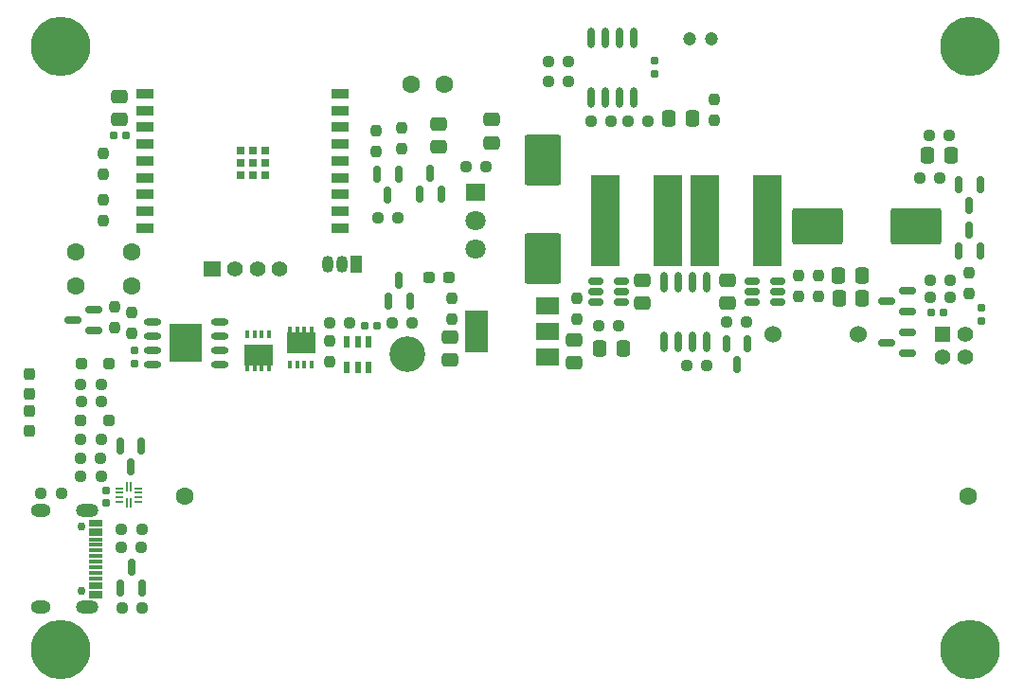
<source format=gbr>
%TF.GenerationSoftware,KiCad,Pcbnew,7.0.7*%
%TF.CreationDate,2023-10-01T15:31:46+02:00*%
%TF.ProjectId,LEDs,4c454473-2e6b-4696-9361-645f70636258,rev?*%
%TF.SameCoordinates,Original*%
%TF.FileFunction,Soldermask,Top*%
%TF.FilePolarity,Negative*%
%FSLAX46Y46*%
G04 Gerber Fmt 4.6, Leading zero omitted, Abs format (unit mm)*
G04 Created by KiCad (PCBNEW 7.0.7) date 2023-10-01 15:31:46*
%MOMM*%
%LPD*%
G01*
G04 APERTURE LIST*
G04 Aperture macros list*
%AMRoundRect*
0 Rectangle with rounded corners*
0 $1 Rounding radius*
0 $2 $3 $4 $5 $6 $7 $8 $9 X,Y pos of 4 corners*
0 Add a 4 corners polygon primitive as box body*
4,1,4,$2,$3,$4,$5,$6,$7,$8,$9,$2,$3,0*
0 Add four circle primitives for the rounded corners*
1,1,$1+$1,$2,$3*
1,1,$1+$1,$4,$5*
1,1,$1+$1,$6,$7*
1,1,$1+$1,$8,$9*
0 Add four rect primitives between the rounded corners*
20,1,$1+$1,$2,$3,$4,$5,0*
20,1,$1+$1,$4,$5,$6,$7,0*
20,1,$1+$1,$6,$7,$8,$9,0*
20,1,$1+$1,$8,$9,$2,$3,0*%
G04 Aperture macros list end*
%ADD10C,1.600000*%
%ADD11RoundRect,0.237500X0.250000X0.237500X-0.250000X0.237500X-0.250000X-0.237500X0.250000X-0.237500X0*%
%ADD12RoundRect,0.150000X-0.150000X0.587500X-0.150000X-0.587500X0.150000X-0.587500X0.150000X0.587500X0*%
%ADD13R,1.524003X1.400000*%
%ADD14C,1.400000*%
%ADD15RoundRect,0.237500X0.237500X-0.250000X0.237500X0.250000X-0.237500X0.250000X-0.237500X-0.250000X0*%
%ADD16RoundRect,0.150000X0.512500X0.150000X-0.512500X0.150000X-0.512500X-0.150000X0.512500X-0.150000X0*%
%ADD17RoundRect,0.250000X0.475000X-0.337500X0.475000X0.337500X-0.475000X0.337500X-0.475000X-0.337500X0*%
%ADD18RoundRect,0.155000X-0.212500X-0.155000X0.212500X-0.155000X0.212500X0.155000X-0.212500X0.155000X0*%
%ADD19RoundRect,0.250000X0.337500X0.475000X-0.337500X0.475000X-0.337500X-0.475000X0.337500X-0.475000X0*%
%ADD20RoundRect,0.150000X0.150000X-0.587500X0.150000X0.587500X-0.150000X0.587500X-0.150000X-0.587500X0*%
%ADD21R,0.400000X0.700000*%
%ADD22R,0.400000X0.500000*%
%ADD23R,2.650013X1.940005*%
%ADD24RoundRect,0.050000X0.050000X-0.375000X0.050000X0.375000X-0.050000X0.375000X-0.050000X-0.375000X0*%
%ADD25RoundRect,0.050000X0.275000X-0.050000X0.275000X0.050000X-0.275000X0.050000X-0.275000X-0.050000X0*%
%ADD26RoundRect,0.155000X-0.155000X0.212500X-0.155000X-0.212500X0.155000X-0.212500X0.155000X0.212500X0*%
%ADD27RoundRect,0.237500X-0.237500X0.287500X-0.237500X-0.287500X0.237500X-0.287500X0.237500X0.287500X0*%
%ADD28R,1.050000X1.500000*%
%ADD29O,1.050000X1.500000*%
%ADD30RoundRect,0.250000X-0.250000X-0.250000X0.250000X-0.250000X0.250000X0.250000X-0.250000X0.250000X0*%
%ADD31C,3.200000*%
%ADD32R,0.532004X1.072009*%
%ADD33R,2.600000X8.200000*%
%ADD34RoundRect,0.237500X-0.250000X-0.237500X0.250000X-0.237500X0.250000X0.237500X-0.250000X0.237500X0*%
%ADD35C,5.300000*%
%ADD36RoundRect,0.250000X-0.337500X-0.475000X0.337500X-0.475000X0.337500X0.475000X-0.337500X0.475000X0*%
%ADD37O,1.600000X0.600000*%
%ADD38R,3.000000X3.500000*%
%ADD39R,1.500000X0.900000*%
%ADD40R,0.700000X0.700000*%
%ADD41O,0.629997X1.864999*%
%ADD42RoundRect,0.150000X0.587500X0.150000X-0.587500X0.150000X-0.587500X-0.150000X0.587500X-0.150000X0*%
%ADD43RoundRect,0.155000X0.155000X-0.212500X0.155000X0.212500X-0.155000X0.212500X-0.155000X-0.212500X0*%
%ADD44RoundRect,0.250000X-0.475000X0.337500X-0.475000X-0.337500X0.475000X-0.337500X0.475000X0.337500X0*%
%ADD45C,1.200000*%
%ADD46RoundRect,0.237500X-0.237500X0.250000X-0.237500X-0.250000X0.237500X-0.250000X0.237500X0.250000X0*%
%ADD47RoundRect,0.237500X0.237500X-0.287500X0.237500X0.287500X-0.237500X0.287500X-0.237500X-0.287500X0*%
%ADD48R,2.000000X1.500000*%
%ADD49R,2.000000X3.800000*%
%ADD50RoundRect,0.150000X-0.512500X-0.150000X0.512500X-0.150000X0.512500X0.150000X-0.512500X0.150000X0*%
%ADD51C,0.750013*%
%ADD52O,2.000000X1.200000*%
%ADD53O,1.800000X1.200000*%
%ADD54R,1.300000X0.300000*%
%ADD55RoundRect,0.250000X-1.400000X-2.000000X1.400000X-2.000000X1.400000X2.000000X-1.400000X2.000000X0*%
%ADD56R,1.400000X1.400000*%
%ADD57RoundRect,0.237500X0.287500X0.237500X-0.287500X0.237500X-0.287500X-0.237500X0.287500X-0.237500X0*%
%ADD58RoundRect,0.250000X-2.000000X1.400000X-2.000000X-1.400000X2.000000X-1.400000X2.000000X1.400000X0*%
%ADD59C,1.524003*%
%ADD60R,1.800000X1.574803*%
%ADD61C,1.800000*%
G04 APERTURE END LIST*
D10*
%TO.C,V1*%
X73307492Y-115824000D03*
X143307492Y-115824000D03*
%TD*%
D11*
%TO.C,R14*%
X65832500Y-105780000D03*
X64007500Y-105780000D03*
%TD*%
D12*
%TO.C,Q12*%
X69430000Y-111302500D03*
X67530000Y-111302500D03*
X68480000Y-113177500D03*
%TD*%
D13*
%TO.C,J2*%
X75788000Y-95504000D03*
D14*
X77788000Y-95504000D03*
X79788000Y-95504000D03*
X81788000Y-95504000D03*
%TD*%
D15*
%TO.C,R4*%
X68580000Y-101242500D03*
X68580000Y-99417500D03*
%TD*%
D16*
%TO.C,U4*%
X126277500Y-98486000D03*
X126277500Y-97536000D03*
X126277500Y-96586000D03*
X124002500Y-96586000D03*
X124002500Y-97536000D03*
X124002500Y-98486000D03*
%TD*%
D15*
%TO.C,R25*%
X90424000Y-84986500D03*
X90424000Y-83161500D03*
%TD*%
D17*
%TO.C,C12*%
X67410000Y-82147500D03*
X67410000Y-80072500D03*
%TD*%
D18*
%TO.C,C11*%
X66922500Y-83510000D03*
X68057500Y-83510000D03*
%TD*%
D11*
%TO.C,R23*%
X123512500Y-100210000D03*
X121687500Y-100210000D03*
%TD*%
D19*
%TO.C,C7*%
X133817500Y-96040000D03*
X131742500Y-96040000D03*
%TD*%
D20*
%TO.C,Q3*%
X91506000Y-98395000D03*
X93406000Y-98395000D03*
X92456000Y-96520000D03*
%TD*%
D21*
%TO.C,Q2*%
X82694511Y-104018084D03*
X83344498Y-104018084D03*
X83994486Y-104018084D03*
X84644473Y-104018084D03*
D22*
X84644473Y-100918008D03*
X83994486Y-100918008D03*
X83344498Y-100918008D03*
X82694511Y-100918008D03*
D23*
X83669365Y-102108000D03*
%TD*%
D24*
%TO.C,U9*%
X68090000Y-116415000D03*
X68490000Y-116415000D03*
D25*
X69115000Y-116290000D03*
X69115000Y-115890000D03*
X69115000Y-115490000D03*
X69115000Y-115090000D03*
D24*
X68490000Y-114965000D03*
X68090000Y-114965000D03*
D25*
X67465000Y-115090000D03*
X67465000Y-115490000D03*
X67465000Y-115890000D03*
X67465000Y-116290000D03*
%TD*%
D26*
%TO.C,C19*%
X66270000Y-115292500D03*
X66270000Y-116427500D03*
%TD*%
D27*
%TO.C,D6*%
X59436000Y-104916000D03*
X59436000Y-106666000D03*
%TD*%
D28*
%TO.C,U7*%
X88646000Y-95093200D03*
D29*
X87376000Y-95093200D03*
X86106000Y-95093200D03*
%TD*%
D30*
%TO.C,D7*%
X64020000Y-103940000D03*
X66520000Y-103940000D03*
%TD*%
D11*
%TO.C,R29*%
X140784500Y-87376000D03*
X138959500Y-87376000D03*
%TD*%
D31*
%TO.C,H5*%
X93218000Y-103124000D03*
%TD*%
D26*
%TO.C,C1*%
X68834000Y-102810500D03*
X68834000Y-103945500D03*
%TD*%
D32*
%TO.C,U2*%
X87799530Y-104273098D03*
X88749492Y-104273098D03*
X89699454Y-104273098D03*
X89699454Y-101974902D03*
X88749492Y-101974902D03*
X87799530Y-101974902D03*
%TD*%
D33*
%TO.C,L2*%
X119800000Y-91186000D03*
X125400000Y-91186000D03*
%TD*%
D12*
%TO.C,Q9*%
X144378000Y-87962500D03*
X142478000Y-87962500D03*
X143428000Y-89837500D03*
%TD*%
D34*
%TO.C,R30*%
X139803500Y-83566000D03*
X141628500Y-83566000D03*
%TD*%
D35*
%TO.C,H3*%
X143510000Y-75565000D03*
%TD*%
D17*
%TO.C,C9*%
X96012000Y-84603500D03*
X96012000Y-82528500D03*
%TD*%
D36*
%TO.C,C5*%
X110386500Y-102616000D03*
X112461500Y-102616000D03*
%TD*%
D35*
%TO.C,H4*%
X143510000Y-129540000D03*
%TD*%
D33*
%TO.C,L1*%
X116510000Y-91186000D03*
X110910000Y-91186000D03*
%TD*%
D34*
%TO.C,R36*%
X105767500Y-78740000D03*
X107592500Y-78740000D03*
%TD*%
D37*
%TO.C,U1*%
X70406000Y-100202996D03*
X70406000Y-101472999D03*
X70406000Y-102743001D03*
X70406000Y-104013004D03*
X76406000Y-104013004D03*
X76406000Y-102743001D03*
X76406000Y-101472999D03*
X76406000Y-100202996D03*
D38*
X73406000Y-102108000D03*
%TD*%
D39*
%TO.C,U5*%
X69708000Y-79822000D03*
X69708000Y-81322000D03*
X69708000Y-82822000D03*
X69708000Y-84322000D03*
X69708000Y-85822000D03*
X69708000Y-87322000D03*
X69708000Y-88822000D03*
X69708000Y-90322000D03*
X69708000Y-91822000D03*
X87208000Y-91822000D03*
X87208000Y-90322000D03*
X87208000Y-88822000D03*
X87208000Y-87322000D03*
X87208000Y-85822000D03*
X87208000Y-84322000D03*
X87208000Y-82822000D03*
X87208000Y-81322000D03*
X87208000Y-79822000D03*
D40*
X78318000Y-84922000D03*
X78318000Y-86022000D03*
X78318000Y-87122000D03*
X79368000Y-84922000D03*
X79368000Y-86022000D03*
X79368000Y-87122000D03*
X80518000Y-84922000D03*
X80518000Y-86022000D03*
X80518000Y-87122000D03*
%TD*%
D34*
%TO.C,R24*%
X118131508Y-104140000D03*
X119956508Y-104140000D03*
%TD*%
D21*
%TO.C,Q1*%
X80834346Y-101319962D03*
X80184359Y-101319962D03*
X79534371Y-101319962D03*
X78884384Y-101319962D03*
D22*
X78884384Y-104420038D03*
X79534371Y-104420038D03*
X80184359Y-104420038D03*
X80834346Y-104420038D03*
D23*
X79859492Y-103230046D03*
%TD*%
D41*
%TO.C,U8*%
X109600996Y-80152499D03*
X110870999Y-80152499D03*
X112141001Y-80152499D03*
X113411004Y-80152499D03*
X113411004Y-74787501D03*
X112141001Y-74787501D03*
X110870999Y-74787501D03*
X109600996Y-74787501D03*
%TD*%
D10*
%TO.C,SW3*%
X68540000Y-97004000D03*
X63540000Y-97004000D03*
X68540000Y-94004000D03*
X63540000Y-94004000D03*
%TD*%
D17*
%TO.C,C8*%
X100756000Y-84222500D03*
X100756000Y-82147500D03*
%TD*%
D19*
%TO.C,C15*%
X141753500Y-85344000D03*
X139678500Y-85344000D03*
%TD*%
D42*
%TO.C,Q6*%
X137922000Y-99314000D03*
X137922000Y-97414000D03*
X136047000Y-98364000D03*
%TD*%
D43*
%TO.C,C17*%
X115316000Y-78037500D03*
X115316000Y-76902500D03*
%TD*%
D34*
%TO.C,R21*%
X139907000Y-98044000D03*
X141732000Y-98044000D03*
%TD*%
D44*
%TO.C,C14*%
X97028000Y-101578500D03*
X97028000Y-103653500D03*
%TD*%
D45*
%TO.C,MK1*%
X120329962Y-74946000D03*
X118430038Y-74946000D03*
%TD*%
D30*
%TO.C,D5*%
X64012500Y-109020000D03*
X66512500Y-109020000D03*
%TD*%
D20*
%TO.C,Q10*%
X142478000Y-93901500D03*
X144378000Y-93901500D03*
X143428000Y-92026500D03*
%TD*%
D11*
%TO.C,R1*%
X62282500Y-115550000D03*
X60457500Y-115550000D03*
%TD*%
D46*
%TO.C,R26*%
X66040000Y-85193500D03*
X66040000Y-87018500D03*
%TD*%
D34*
%TO.C,R32*%
X67617500Y-118760000D03*
X69442500Y-118760000D03*
%TD*%
D44*
%TO.C,C6*%
X121838000Y-96498500D03*
X121838000Y-98573500D03*
%TD*%
D46*
%TO.C,R34*%
X120650000Y-80367500D03*
X120650000Y-82192500D03*
%TD*%
D44*
%TO.C,C13*%
X108122000Y-101832500D03*
X108122000Y-103907500D03*
%TD*%
D34*
%TO.C,R35*%
X112879500Y-82296000D03*
X114704500Y-82296000D03*
%TD*%
D20*
%TO.C,Q13*%
X67560000Y-124027500D03*
X69460000Y-124027500D03*
X68510000Y-122152500D03*
%TD*%
D15*
%TO.C,R11*%
X97200000Y-99972500D03*
X97200000Y-98147500D03*
%TD*%
D11*
%TO.C,R17*%
X100226500Y-86360000D03*
X98401500Y-86360000D03*
%TD*%
D34*
%TO.C,R2*%
X67597500Y-120390000D03*
X69422500Y-120390000D03*
%TD*%
D11*
%TO.C,R6*%
X88034500Y-100330000D03*
X86209500Y-100330000D03*
%TD*%
D47*
%TO.C,D4*%
X59436000Y-109968000D03*
X59436000Y-108218000D03*
%TD*%
D34*
%TO.C,R13*%
X63997500Y-110770000D03*
X65822500Y-110770000D03*
%TD*%
D18*
%TO.C,C18*%
X139982500Y-99390000D03*
X141117500Y-99390000D03*
%TD*%
D10*
%TO.C,R19*%
X96496000Y-78994000D03*
X93496000Y-78994000D03*
%TD*%
D48*
%TO.C,U6*%
X105684000Y-103392000D03*
X105684000Y-101092000D03*
D49*
X99384000Y-101092000D03*
D48*
X105684000Y-98792000D03*
%TD*%
D41*
%TO.C,Q8*%
X116123004Y-101996499D03*
X117393007Y-101996499D03*
X118663009Y-101996499D03*
X119933012Y-101996499D03*
X119933012Y-96631501D03*
X118663009Y-96631501D03*
X117393007Y-96631501D03*
X116123004Y-96631501D03*
%TD*%
D34*
%TO.C,R3*%
X63977500Y-114010000D03*
X65802500Y-114010000D03*
%TD*%
%TO.C,R22*%
X139897000Y-96520000D03*
X141722000Y-96520000D03*
%TD*%
D44*
%TO.C,C4*%
X114218000Y-96498500D03*
X114218000Y-98573500D03*
%TD*%
D34*
%TO.C,R16*%
X63967500Y-112440000D03*
X65792500Y-112440000D03*
%TD*%
D50*
%TO.C,U3*%
X110032500Y-96586000D03*
X110032500Y-97536000D03*
X110032500Y-98486000D03*
X112307500Y-98486000D03*
X112307500Y-97536000D03*
X112307500Y-96586000D03*
%TD*%
D34*
%TO.C,R37*%
X105767500Y-76962000D03*
X107592500Y-76962000D03*
%TD*%
D12*
%TO.C,Q4*%
X92390000Y-87025000D03*
X90490000Y-87025000D03*
X91440000Y-88900000D03*
%TD*%
D11*
%TO.C,R12*%
X65852500Y-107300000D03*
X64027500Y-107300000D03*
%TD*%
D46*
%TO.C,R5*%
X86209492Y-101957500D03*
X86209492Y-103782500D03*
%TD*%
D12*
%TO.C,Q7*%
X123580000Y-102192500D03*
X121680000Y-102192500D03*
X122630000Y-104067500D03*
%TD*%
D11*
%TO.C,R18*%
X92352500Y-90932000D03*
X90527500Y-90932000D03*
%TD*%
D15*
%TO.C,R28*%
X143428000Y-97686500D03*
X143428000Y-95861500D03*
%TD*%
%TO.C,R10*%
X129966000Y-97940500D03*
X129966000Y-96115500D03*
%TD*%
D11*
%TO.C,R27*%
X93622500Y-100330000D03*
X91797500Y-100330000D03*
%TD*%
D34*
%TO.C,R38*%
X109577500Y-82296000D03*
X111402500Y-82296000D03*
%TD*%
D15*
%TO.C,R15*%
X65990000Y-91142500D03*
X65990000Y-89317500D03*
%TD*%
D36*
%TO.C,C10*%
X131782500Y-98140000D03*
X133857500Y-98140000D03*
%TD*%
D51*
%TO.C,J1*%
X64070664Y-118512076D03*
X64070664Y-124311924D03*
D52*
X64570791Y-117086879D03*
X64570791Y-125737121D03*
D53*
X60390883Y-125737121D03*
X60390883Y-117086879D03*
D54*
X65339143Y-118061987D03*
X65339143Y-118862089D03*
X65339143Y-120162064D03*
X65339143Y-121162064D03*
X65339143Y-121661936D03*
X65339143Y-122661682D03*
X65339143Y-123962165D03*
X65339143Y-124762013D03*
X65339143Y-124462038D03*
X65339143Y-123661936D03*
X65339143Y-123162064D03*
X65339143Y-122162064D03*
X65339143Y-120661936D03*
X65339143Y-119661936D03*
X65339143Y-119162064D03*
X65339143Y-118361962D03*
%TD*%
D55*
%TO.C,D1*%
X105328000Y-85770000D03*
X105328000Y-94570000D03*
%TD*%
D35*
%TO.C,H1*%
X62230000Y-75565000D03*
%TD*%
D42*
%TO.C,Q11*%
X65199500Y-101026000D03*
X65199500Y-99126000D03*
X63324500Y-100076000D03*
%TD*%
D56*
%TO.C,SW1*%
X141030000Y-101330000D03*
D14*
X143030000Y-101330000D03*
X141030000Y-103330000D03*
X143030000Y-103330000D03*
%TD*%
D57*
%TO.C,D3*%
X96887000Y-96266000D03*
X95137000Y-96266000D03*
%TD*%
D34*
%TO.C,R31*%
X67667500Y-125840000D03*
X69492500Y-125840000D03*
%TD*%
D46*
%TO.C,R20*%
X92710000Y-82907500D03*
X92710000Y-84732500D03*
%TD*%
D58*
%TO.C,D2*%
X138684000Y-91694000D03*
X129884000Y-91694000D03*
%TD*%
D34*
%TO.C,R7*%
X110257500Y-100584000D03*
X112082500Y-100584000D03*
%TD*%
D46*
%TO.C,R9*%
X128188000Y-96115500D03*
X128188000Y-97940500D03*
%TD*%
D19*
%TO.C,C16*%
X118639500Y-82042000D03*
X116564500Y-82042000D03*
%TD*%
D46*
%TO.C,R8*%
X108376000Y-98147500D03*
X108376000Y-99972500D03*
%TD*%
D18*
%TO.C,C3*%
X89348500Y-100584000D03*
X90483500Y-100584000D03*
%TD*%
D59*
%TO.C,SW2*%
X133522008Y-101346000D03*
X125901992Y-101346000D03*
%TD*%
D20*
%TO.C,Q5*%
X94300000Y-88821500D03*
X96200000Y-88821500D03*
X95250000Y-86946500D03*
%TD*%
D35*
%TO.C,H2*%
X62230000Y-129540000D03*
%TD*%
D42*
%TO.C,D8*%
X137922000Y-103058000D03*
X137922000Y-101158000D03*
X136047000Y-102108000D03*
%TD*%
D43*
%TO.C,C2*%
X144526000Y-100135500D03*
X144526000Y-99000500D03*
%TD*%
D15*
%TO.C,R33*%
X67056000Y-100734500D03*
X67056000Y-98909500D03*
%TD*%
D60*
%TO.C,J3*%
X99314000Y-88645995D03*
D61*
X99314000Y-91186000D03*
X99314000Y-93726005D03*
%TD*%
M02*

</source>
